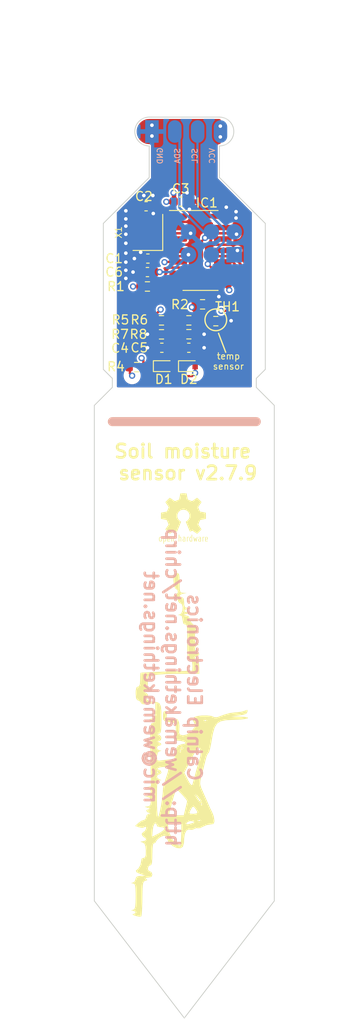
<source format=kicad_pcb>
(kicad_pcb (version 20241228) (generator "pcbnew") (generator_version "9.0")
  (title_block (title "I2C soil moisture sensor") (date "2020-09-29") (rev "2.7.9") (company "Catnip electronics") (comment 1 "albertas@technarium.lt"))
  (layers (0 "F.Cu" signal) (4 "In1.Cu" signal) (6 "In2.Cu" signal) (2 "B.Cu" signal) (13 "F.Paste" user) (15 "B.Paste" user) (5 "F.SilkS" user "F.Silkscreen") (7 "B.SilkS" user "B.Silkscreen") (1 "F.Mask" user) (3 "B.Mask" user) (25 "Edge.Cuts" user))
  (net 0 "")
  (net 1 "Net-(C1-Pad1)")
  (net 2 "GND")
  (net 3 "Net-(C2-Pad1)")
  (net 4 "VCC")
  (net 5 "/SENSE_LOW")
  (net 6 "/SENSOR_TRACK")
  (net 7 "/THERMISTOR")
  (net 8 "/RESET")
  (net 9 "/EXCITATION")
  (net 10 "Net-(D3-Pad1)")
  (net 11 "/SCK/SCL")
  (net 12 "/MOSI/SDA")
  (net 13 "/MISO/SENSE_HIGH")
  (net 14 "Net-(IC1-Pad11)")
  (net 15 "Net-(IC1-Pad12)")
  (footprint "Crystals:Crystal_SMD_3225-4pin_3.2x2.5mm" (layer "F.Cu") (at 91.25 26 90)
    (property "Reference" "X1" (at 0 -3.25 90) (layer "F.SilkS") (effects (font (size 0.7 0.7) (thickness 0.11))))
    (property "Value" "16MHz")
    (pad "1" smd rect (at -1.1 0.85 90) (size 1.4 1.2) (layers "F.Cu" "F.Mask" "F.Paste") (net 1 "Net-(C1-Pad1)"))
    (pad "2" smd rect (at 1.1 0.85 90) (size 1.4 1.2) (layers "F.Cu" "F.Mask" "F.Paste") (net 2 "GND"))
    (pad "3" smd rect (at 1.1 -0.85 90) (size 1.4 1.2) (layers "F.Cu" "F.Mask" "F.Paste") (net 3 "Net-(C2-Pad1)"))
    (pad "4" smd rect (at -1.1 -0.85 90) (size 1.4 1.2) (layers "F.Cu" "F.Mask" "F.Paste") (net 2 "GND"))
  )
  (footprint "Diode_SMD:D_SOD-523" (layer "F.Cu") (at 95.804 40.842)
    (property "Reference" "D2" (at 0 1.458 180) (layer "F.SilkS"))
    (property "Value" "BAT54")
    (pad "1" smd rect (at 0.7 0 180) (size 0.6 0.7) (layers "F.Cu" "F.Mask" "F.Paste") (net 6 "/SENSOR_TRACK"))
    (pad "2" smd rect (at -0.7 0 180) (size 0.6 0.7) (layers "F.Cu" "F.Mask" "F.Paste") (net 13 "/MISO/SENSE_HIGH"))
  )
  (footprint "Diode_SMD:D_SOD-523" (layer "F.Cu") (at 93.01 40.842)
    (property "Reference" "D1" (at 0 1.458 180) (layer "F.SilkS"))
    (property "Value" "BAT54")
    (pad "1" smd rect (at 0.7 0 180) (size 0.6 0.7) (layers "F.Cu" "F.Mask" "F.Paste") (net 5 "/SENSE_LOW"))
    (pad "2" smd rect (at -0.7 0 180) (size 0.6 0.7) (layers "F.Cu" "F.Mask" "F.Paste") (net 6 "/SENSOR_TRACK"))
  )
  (footprint "Capacitor_SMD:C_0603_1608Metric" (layer "F.Cu") (at 91.25 28.9 180)
    (property "Reference" "C1" (at 3.75 0 180) (layer "F.SilkS"))
    (property "Value" "33p")
    (pad "1" smd roundrect (at -0.775 0 180) (size 0.9 0.95) (layers "F.Cu" "F.Mask" "F.Paste") (net 1 "Net-(C1-Pad1)"))
    (pad "2" smd roundrect (at 0.775 0 180) (size 0.9 0.95) (layers "F.Cu" "F.Mask" "F.Paste") (net 2 "GND"))
  )
  (footprint "Capacitor_SMD:C_0603_1608Metric" (layer "F.Cu") (at 91.05 23.1)
    (property "Reference" "C2" (at -0.25 -1.1 0) (layer "F.SilkS"))
    (property "Value" "33pp")
    (pad "1" smd roundrect (at -0.775 0) (size 0.9 0.95) (layers "F.Cu" "F.Mask" "F.Paste") (net 3 "Net-(C2-Pad1)"))
    (pad "2" smd roundrect (at 0.775 0) (size 0.9 0.95) (layers "F.Cu" "F.Mask" "F.Paste") (net 2 "GND"))
  )
  (footprint "Capacitor_SMD:C_0603_1608Metric" (layer "F.Cu") (at 94.90234 22.577514)
    (property "Reference" "C3" (at 0 -1.43 0) (layer "F.SilkS"))
    (property "Value" "1u")
    (pad "1" smd roundrect (at -0.775 0) (size 0.9 0.95) (layers "F.Cu" "F.Mask" "F.Paste") (net 4 "VCC"))
    (pad "2" smd roundrect (at 0.775 0) (size 0.9 0.95) (layers "F.Cu" "F.Mask" "F.Paste") (net 2 "GND"))
  )
  (footprint "Capacitor_SMD:C_0603_1608Metric" (layer "F.Cu") (at 95.8 38.8)
    (property "Reference" "C5" (at -5.5 0 0) (layer "F.SilkS"))
    (property "Value" "1n")
    (pad "1" smd roundrect (at -0.775 0) (size 0.9 0.95) (layers "F.Cu" "F.Mask" "F.Paste") (net 13 "/MISO/SENSE_HIGH"))
    (pad "2" smd roundrect (at 0.775 0) (size 0.9 0.95) (layers "F.Cu" "F.Mask" "F.Paste") (net 2 "GND"))
  )
  (footprint "Capacitor_SMD:C_0603_1608Metric" (layer "F.Cu") (at 91.2 30.4 180)
    (property "Reference" "C6" (at 3.7 0 180) (layer "F.SilkS"))
    (property "Value" "1u")
    (pad "1" smd roundrect (at -0.775 0 180) (size 0.9 0.95) (layers "F.Cu" "F.Mask" "F.Paste") (net 8 "/RESET"))
    (pad "2" smd roundrect (at 0.775 0 180) (size 0.9 0.95) (layers "F.Cu" "F.Mask" "F.Paste") (net 2 "GND"))
  )
  (footprint "Resistor_SMD:R_0603_1608Metric" (layer "F.Cu") (at 91.2 32 180)
    (property "Reference" "R1" (at 3.5 0 180) (layer "F.SilkS"))
    (property "Value" "10k")
    (pad "1" smd roundrect (at -0.825 0 180) (size 0.8 0.95) (layers "F.Cu" "F.Mask" "F.Paste") (net 8 "/RESET"))
    (pad "2" smd roundrect (at 0.825 0 180) (size 0.8 0.95) (layers "F.Cu" "F.Mask" "F.Paste") (net 4 "VCC"))
  )
  (footprint "Resistor_SMD:R_0603_1608Metric" (layer "F.Cu") (at 97.328 33.984)
    (property "Reference" "R2" (at -2.528 0.016 0) (layer "F.SilkS"))
    (property "Value" "10k 0.1%")
    (pad "1" smd roundrect (at -0.825 0) (size 0.8 0.95) (layers "F.Cu" "F.Mask" "F.Paste") (net 14 "Net-(IC1-Pad11)"))
    (pad "2" smd roundrect (at 0.825 0) (size 0.8 0.95) (layers "F.Cu" "F.Mask" "F.Paste") (net 7 "/THERMISTOR"))
  )
  (footprint "Resistor_SMD:R_0603_1608Metric" (layer "F.Cu") (at 90 40.95)
    (property "Reference" "R4" (at -2.3 -0.05 0) (layer "F.SilkS"))
    (property "Value" "330")
    (pad "1" smd roundrect (at -0.825 0) (size 0.8 0.95) (layers "F.Cu" "F.Mask" "F.Paste") (net 6 "/SENSOR_TRACK"))
    (pad "2" smd roundrect (at 0.825 0) (size 0.8 0.95) (layers "F.Cu" "F.Mask" "F.Paste") (net 9 "/EXCITATION"))
  )
  (footprint "Resistor_SMD:R_0603_1608Metric" (layer "F.Cu") (at 92.764533 35.762 180)
    (property "Reference" "R5" (at 4.564533 0.062 180) (layer "F.SilkS"))
    (property "Value" "1M")
    (pad "1" smd roundrect (at -0.825 0 180) (size 0.8 0.95) (layers "F.Cu" "F.Mask" "F.Paste") (net 5 "/SENSE_LOW"))
    (pad "2" smd roundrect (at 0.825 0 180) (size 0.8 0.95) (layers "F.Cu" "F.Mask" "F.Paste") (net 14 "Net-(IC1-Pad11)"))
  )
  (footprint "Resistor_SMD:R_0603_1608Metric" (layer "F.Cu") (at 92.76272 37.312)
    (property "Reference" "R7" (at -4.61 -0.012 0) (layer "F.SilkS"))
    (property "Value" "1M")
    (pad "1" smd roundrect (at -0.825 0) (size 0.8 0.95) (layers "F.Cu" "F.Mask" "F.Paste") (net 2 "GND"))
    (pad "2" smd roundrect (at 0.825 0) (size 0.8 0.95) (layers "F.Cu" "F.Mask" "F.Paste") (net 5 "/SENSE_LOW"))
  )
  (footprint "Resistor_SMD:R_0603_1608Metric" (layer "F.Cu") (at 95.804 37.3 180)
    (property "Reference" "R8" (at 5.604 0 180) (layer "F.SilkS"))
    (property "Value" "1M")
    (pad "1" smd roundrect (at -0.825 0 180) (size 0.8 0.95) (layers "F.Cu" "F.Mask" "F.Paste") (net 2 "GND"))
    (pad "2" smd roundrect (at 0.825 0 180) (size 0.8 0.95) (layers "F.Cu" "F.Mask" "F.Paste") (net 13 "/MISO/SENSE_HIGH"))
  )
  (footprint "w_logo:Logo_silk_OSHW_6x6mm" (layer "F.Cu") (at 95.2 57.2)
    (property "Reference" "G***" (hide yes))
    (property "Value" "LOGO" (hide yes))
  )
  (footprint "Package_SO:SOIC-14_3.9x8.7mm_P1.27mm" (layer "F.Cu") (at 97.1 28)
    (property "Reference" "IC1" (at 0.7 -5.28 0) (layer "F.SilkS"))
    (property "Value" "ATTINY441-SSU")
    (pad "1" smd roundrect (at -2.475 -3.81) (size 1.95 0.6) (layers "F.Cu" "F.Mask" "F.Paste") (net 4 "VCC"))
    (pad "2" smd roundrect (at -2.475 -2.54) (size 1.95 0.6) (layers "F.Cu" "F.Mask" "F.Paste") (net 3 "Net-(C2-Pad1)"))
    (pad "3" smd roundrect (at -2.475 -1.27) (size 1.95 0.6) (layers "F.Cu" "F.Mask" "F.Paste") (net 1 "Net-(C1-Pad1)"))
    (pad "4" smd roundrect (at -2.475 0) (size 1.95 0.6) (layers "F.Cu" "F.Mask" "F.Paste") (net 8 "/RESET"))
    (pad "5" smd roundrect (at -2.475 1.27) (size 1.95 0.6) (layers "F.Cu" "F.Mask" "F.Paste") (net 9 "/EXCITATION"))
    (pad "6" smd roundrect (at -2.475 2.54) (size 1.95 0.6) (layers "F.Cu" "F.Mask" "F.Paste") (net 5 "/SENSE_LOW"))
    (pad "7" smd roundrect (at -2.475 3.81) (size 1.95 0.6) (layers "F.Cu" "F.Mask" "F.Paste") (net 12 "/MOSI/SDA"))
    (pad "8" smd roundrect (at 2.475 3.81) (size 1.95 0.6) (layers "F.Cu" "F.Mask" "F.Paste") (net 13 "/MISO/SENSE_HIGH"))
    (pad "9" smd roundrect (at 2.475 2.54) (size 1.95 0.6) (layers "F.Cu" "F.Mask" "F.Paste") (net 11 "/SCK/SCL"))
    (pad "10" smd roundrect (at 2.475 1.27) (size 1.95 0.6) (layers "F.Cu" "F.Mask" "F.Paste") (net 7 "/THERMISTOR"))
    (pad "11" smd roundrect (at 2.475 0) (size 1.95 0.6) (layers "F.Cu" "F.Mask" "F.Paste") (net 14 "Net-(IC1-Pad11)"))
    (pad "12" smd roundrect (at 2.475 -1.27) (size 1.95 0.6) (layers "F.Cu" "F.Mask" "F.Paste") (net 15 "Net-(IC1-Pad12)"))
    (pad "13" smd roundrect (at 2.475 -2.54) (size 1.95 0.6) (layers "F.Cu" "F.Mask" "F.Paste") (net 10 "Net-(D3-Pad1)"))
    (pad "14" smd roundrect (at 2.475 -3.81) (size 1.95 0.6) (layers "F.Cu" "F.Mask" "F.Paste") (net 2 "GND"))
  )
  (footprint "Capacitor_SMD:C_0603_1608Metric" (layer "F.Cu") (at 92.8 38.8 180)
    (property "Reference" "C4" (at 4.65 -0.05 180) (layer "F.SilkS"))
    (property "Value" "1n")
    (pad "1" smd roundrect (at -0.775 0 180) (size 0.9 0.95) (layers "F.Cu" "F.Mask" "F.Paste") (net 5 "/SENSE_LOW"))
    (pad "2" smd roundrect (at 0.775 0 180) (size 0.9 0.95) (layers "F.Cu" "F.Mask" "F.Paste") (net 2 "GND"))
  )
  (footprint "Resistor_SMD:R_0603_1608Metric" (layer "F.Cu") (at 95.804 35.762)
    (property "Reference" "R6" (at -5.504 -0.062 0) (layer "F.SilkS"))
    (property "Value" "1M")
    (pad "1" smd roundrect (at -0.825 0) (size 0.8 0.95) (layers "F.Cu" "F.Mask" "F.Paste") (net 13 "/MISO/SENSE_HIGH"))
    (pad "2" smd roundrect (at 0.825 0) (size 0.8 0.95) (layers "F.Cu" "F.Mask" "F.Paste") (net 14 "Net-(IC1-Pad11)"))
  )
  (footprint "Resistor_SMD:R_0603_1608Metric" (layer "F.Cu") (at 98.8 35.844001)
    (property "Reference" "TH1" (at 1.3 -1.6 0) (layer "F.SilkS"))
    (property "Value" "NCP18XH103F03RB")
    (pad "1" smd roundrect (at -0.825 0) (size 0.8 0.95) (layers "F.Cu" "F.Mask" "F.Paste") (net 7 "/THERMISTOR"))
    (pad "2" smd roundrect (at 0.825 0) (size 0.8 0.95) (layers "F.Cu" "F.Mask" "F.Paste") (net 2 "GND"))
  )
  (footprint "chirp_logo:ziogas" (layer "B.Cu") (at 95.95 82.8 -90)
    (property "Reference" "G***" (hide yes))
    (property "Value" "LOGO" (hide yes))
  )
  (footprint "Pin_Headers:Pin_Header_Straight_1x04_Pitch2.54mm" (layer "B.Cu") (at 91.7 14.799451 -90)
    (property "Reference" "P2" (hide yes))
    (property "Value" "CONN_01X04")
    (pad "1" smd rect (at 0 0 270) (size 2.5 1.5) (layers "B.Cu" "B.Mask" "B.Paste") (net 2 "GND"))
    (pad "2" smd oval (at 0 -2.54 270) (size 2.5 1.5) (layers "B.Cu" "B.Mask" "B.Paste") (net 12 "/MOSI/SDA"))
    (pad "3" smd oval (at 0 -5.08 270) (size 2.5 1.5) (layers "B.Cu" "B.Mask" "B.Paste") (net 11 "/SCK/SCL"))
    (pad "4" smd oval (at 0 -7.62 270) (size 2.5 1.5) (layers "B.Cu" "B.Mask" "B.Paste") (net 4 "VCC"))
  )
  (footprint "programming_header:Pin_Header_Straight_2x03" (layer "B.Cu") (at 98.3 27.2 180)
    (property "Reference" "P1" (hide yes))
    (property "Value" "CONN_02X03" (hide yes))
    (pad "1" smd rect (at -2.54 -1.27 180) (size 1.7272 1.7272) (layers "B.Cu" "B.Mask" "B.Paste") (net 13 "/MISO/SENSE_HIGH"))
    (pad "2" smd circle (at -2.54 1.27 180) (size 1.7272 1.7272) (layers "B.Cu" "B.Mask" "B.Paste") (net 4 "VCC"))
    (pad "3" smd circle (at 0 -1.27 180) (size 1.7272 1.7272) (layers "B.Cu" "B.Mask" "B.Paste") (net 11 "/SCK/SCL"))
    (pad "4" smd circle (at 0 1.27 180) (size 1.7272 1.7272) (layers "B.Cu" "B.Mask" "B.Paste") (net 12 "/MOSI/SDA"))
    (pad "5" smd circle (at 2.54 -1.27 180) (size 1.7272 1.7272) (layers "B.Cu" "B.Mask" "B.Paste") (net 8 "/RESET"))
    (pad "6" smd circle (at 2.54 1.27 180) (size 1.7272 1.7272) (layers "B.Cu" "B.Mask" "B.Paste") (net 2 "GND"))
  )
  (gr_circle (center 98.8 35.7) (end 100 35.6) (stroke (width 0.15)) (fill no) (layer "F.SilkS"))
  (gr_line (start 87.3 47) (end 103.3 47) (stroke (width 1)) (layer "F.SilkS"))
  (gr_line (start 99.1 37.2) (end 99.9 39.3) (stroke (width 0.15)) (layer "F.SilkS"))
  (gr_line (start 87.3 47) (end 103.3 47) (stroke (width 1)) (layer "B.SilkS"))
  (gr_line (start 99.2 19.9) (end 104.3 25) (stroke (width 0.1)) (layer "Edge.Cuts"))
  (gr_line (start 104.3 40.2) (end 104.3 25) (stroke (width 0.1)) (layer "Edge.Cuts"))
  (gr_line (start 87.3 42.2) (end 86.3 41.2) (stroke (width 0.1)) (layer "Edge.Cuts"))
  (gr_line (start 85.3 45.2) (end 85.3 100.2) (stroke (width 0.1)) (layer "Edge.Cuts"))
  (gr_line (start 103.3 43.2) (end 105.3 45.2) (stroke (width 0.1)) (layer "Edge.Cuts"))
  (gr_line (start 99.2 16.4) (end 99.2 19.9) (stroke (width 0.1)) (layer "Edge.Cuts"))
  (gr_line (start 99.2 13.2) (end 91.4 13.2) (stroke (width 0.1)) (layer "Edge.Cuts"))
  (gr_line (start 91.4 16.4) (end 91.4 19.9) (stroke (width 0.1)) (layer "Edge.Cuts"))
  (gr_line (start 104.3 40.2) (end 104.3 41.2) (stroke (width 0.1)) (layer "Edge.Cuts"))
  (gr_line (start 104.3 41.2) (end 103.3 42.2) (stroke (width 0.1)) (layer "Edge.Cuts"))
  (gr_line (start 91.4 19.9) (end 86.3 25) (stroke (width 0.1)) (layer "Edge.Cuts"))
  (gr_line (start 95.3 113.2) (end 85.3 100.2) (stroke (width 0.1)) (layer "Edge.Cuts"))
  (gr_line (start 95.3 113.2) (end 105.3 100.2) (stroke (width 0.1)) (layer "Edge.Cuts"))
  (gr_line (start 87.3 42.2) (end 87.3 43.2) (stroke (width 0.1)) (layer "Edge.Cuts"))
  (gr_line (start 103.3 42.2) (end 103.3 43.2) (stroke (width 0.1)) (layer "Edge.Cuts"))
  (gr_arc (start 91.4 16.4) (mid 89.8 14.8) (end 91.4 13.2) (stroke (width 0.1)) (layer "Edge.Cuts"))
  (gr_line (start 105.3 100.2) (end 105.3 45.2) (stroke (width 0.1)) (layer "Edge.Cuts"))
  (gr_line (start 85.3 45.2) (end 87.3 43.2) (stroke (width 0.1)) (layer "Edge.Cuts"))
  (gr_line (start 86.3 41.2) (end 86.3 40.2) (stroke (width 0.1)) (layer "Edge.Cuts"))
  (gr_arc (start 99.2 13.2) (mid 100.8 14.8) (end 99.2 16.4) (stroke (width 0.1)) (layer "Edge.Cuts"))
  (gr_line (start 86.3 40.2) (end 86.3 25) (stroke (width 0.1)) (layer "Edge.Cuts"))
  (gr_text "temp\nsensor" (at 100.2 40.3 0) (layer "F.SilkS") (effects (font (size 0.7 0.7) (thickness 0.11))))
  (gr_text "Soil moisture \nsensor v2.7.9" (at 95.7 51.5 0) (layer "F.SilkS") (effects (font (size 1.5 1.5) (thickness 0.3))))
  (gr_text "Catnip Electronics\nhttp://wemakethings.net/chirp\nmic@wemakethings.net" (at 94 76.5 270) (layer "B.SilkS") (effects (font (size 1.5 1.5) (thickness 0.3)) (justify mirror)))
  (gr_text "GND\n\nSDA\n\nSCL\n\nVCC" (at 95.5 17.5 90) (layer "B.SilkS") (effects (font (size 0.6 0.6) (thickness 0.11)) (justify mirror)))
  (segment (start 92.47 26.73) (end 92.1 27.1) (width 0.254) (layer "F.Cu") (net 1))
  (segment (start 92 28.9) (end 92 27.2) (width 0.508) (layer "F.Cu") (net 1))
  (segment (start 94.4 26.73) (end 92.47 26.73) (width 0.254) (layer "F.Cu") (net 1))
  (segment (start 92 27.2) (end 92.1 27.1) (width 0.508) (layer "F.Cu") (net 1))
  (segment (start 99.8 24.19) (end 100.83519 24.19) (width 0.508) (layer "F.Cu") (net 2))
  (segment (start 90.4 27.1) (end 90.4 27.85) (width 0.254) (layer "F.Cu") (net 2))
  (segment (start 91.8 23.85) (end 91.85 23.9) (width 0.254) (layer "F.Cu") (net 2))
  (segment (start 96.6 37.586) (end 96.554 37.54) (width 0.508) (layer "F.Cu") (net 2))
  (segment (start 90.5 28.25) (end 90.45 28.2) (width 0.508) (layer "F.Cu") (net 2))
  (segment (start 99.55 35.7) (end 100.1 35.7) (width 0.254) (layer "F.Cu") (net 2))
  (segment (start 95.65234 21.65234) (end 95.6 21.6) (width 0.508) (layer "F.Cu") (net 2))
  (segment (start 90.4 28.9) (end 89.75 28.9) (width 0.508) (layer "F.Cu") (net 2))
  (segment (start 95.65234 22.577514) (end 95.65234 21.65234) (width 0.508) (layer "F.Cu") (net 2))
  (segment (start 92.1 24.9) (end 92.1 24.15) (width 0.254) (layer "F.Cu") (net 2))
  (segment (start 99.8 24.19) (end 100.56 24.19) (width 0.508) (layer "F.Cu") (net 2))
  (segment (start 95.65234 22.577514) (end 95.65234 23.226298) (width 0.508) (layer "F.Cu") (net 2))
  (segment (start 90.4 27.85) (end 90.45 27.9) (width 0.254) (layer "F.Cu") (net 2))
  (segment (start 90.5 28.9) (end 90.5 28.25) (width 0.508) (layer "F.Cu") (net 2))
  (segment (start 91.8 23.1) (end 91.8 23.85) (width 0.254) (layer "F.Cu") (net 2))
  (segment (start 100.56 24.19) (end 101.05 23.7) (width 0.508) (layer "F.Cu") (net 2))
  (segment (start 95.65234 23.226298) (end 95.863021 23.436979) (width 0.508) (layer "F.Cu") (net 2))
  (segment (start 100.83519 24.19) (end 101.04519 24.4) (width 0.508) (layer "F.Cu") (net 2))
  (segment (start 99.8 24.19) (end 99.8 23.950006) (width 0.508) (layer "F.Cu") (net 2))
  (segment (start 92.1 24.15) (end 91.85 23.9) (width 0.254) (layer "F.Cu") (net 2))
  (via (at 88.8 23.6) (size 0.7) (drill 0.4) (layers "F.Cu" "B.Cu") (net 2))
  (via (at 89.6 30.4) (size 0.7) (drill 0.4) (layers "F.Cu" "B.Cu") (net 2))
  (via (at 90.45 28.2) (size 0.7) (drill 0.4) (layers "F.Cu" "B.Cu") (net 2))
  (via (at 97.5 37.3) (size 0.7) (drill 0.4) (layers "F.Cu" "B.Cu") (net 2))
  (via (at 101.05 23.7) (size 0.7) (drill 0.4) (layers "F.Cu" "B.Cu") (net 2))
  (via (at 91.7 14.1) (size 0.7) (drill 0.4) (layers "F.Cu" "B.Cu") (net 2))
  (via (at 88.8 30.2) (size 0.7) (drill 0.4) (layers "F.Cu" "B.Cu") (net 2))
  (via (at 96 26.1) (size 0.7) (drill 0.4) (layers "F.Cu" "B.Cu") (net 2))
  (via (at 95.6 21.6) (size 0.7) (drill 0.4) (layers "F.Cu" "B.Cu") (net 2))
  (via (at 90.8 21.9) (size 0.7) (drill 0.4) (layers "F.Cu" "B.Cu") (net 2))
  (via (at 101.04519 24.4) (size 0.7) (drill 0.4) (layers "F.Cu" "B.Cu") (net 2))
  (via (at 97.5 38.8) (size 0.7) (drill 0.4) (layers "F.Cu" "B.Cu") (net 2))
  (via (at 99.96281 23.2) (size 0.7) (drill 0.4) (layers "F.Cu" "B.Cu") (net 2))
  (via (at 88.8 27.2) (size 0.7) (drill 0.4) (layers "F.Cu" "B.Cu") (net 2))
  (via (at 89.75 28.9) (size 0.7) (drill 0.4) (layers "F.Cu" "B.Cu") (net 2))
  (via (at 91.85 23.9) (size 0.7) (drill 0.4) (layers "F.Cu" "B.Cu") (net 2))
  (via (at 91.7 15.3) (size 0.7) (drill 0.4) (layers "F.Cu" "B.Cu") (net 2))
  (via (at 88.8 28.3) (size 0.7) (drill 0.4) (layers "F.Cu" "B.Cu") (net 2))
  (via (at 95.863021 23.436979) (size 0.7) (drill 0.4) (layers "F.Cu" "B.Cu") (net 2))
  (via (at 88.8 25.3) (size 0.7) (drill 0.4) (layers "F.Cu" "B.Cu") (net 2))
  (via (at 91.2 38.8) (size 0.7) (drill 0.4) (layers "F.Cu" "B.Cu") (net 2))
  (via (at 91.8 21.9) (size 0.7) (drill 0.4) (layers "F.Cu" "B.Cu") (net 2))
  (via (at 99.136204 33.126252) (size 0.7) (drill 0.4) (layers "F.Cu" "B.Cu") (net 2))
  (via (at 100.5 35.8) (size 0.7) (drill 0.4) (layers "F.Cu" "B.Cu") (net 2))
  (via (at 88.8 24.5) (size 0.7) (drill 0.4) (layers "F.Cu" "B.Cu") (net 2))
  (via (at 88.8 31.1) (size 0.7) (drill 0.4) (layers "F.Cu" "B.Cu") (net 2))
  (via (at 88.8 26.2) (size 0.7) (drill 0.4) (layers "F.Cu" "B.Cu") (net 2))
  (via (at 91.2 37.3) (size 0.7) (drill 0.4) (layers "F.Cu" "B.Cu") (net 2))
  (via (at 88.8 29.3) (size 0.7) (drill 0.4) (layers "F.Cu" "B.Cu") (net 2))
  (segment (start 91.304801 25.904801) (end 90.4 25) (width 0.254) (layer "F.Cu") (net 3))
  (segment (start 90.25 23.15) (end 90.25 24.75) (width 0.508) (layer "F.Cu") (net 3))
  (segment (start 90.4 25) (end 90.4 24.9) (width 0.254) (layer "F.Cu") (net 3))
  (segment (start 91.304801 25.904801) (end 92.951199 25.904801) (width 0.254) (layer "F.Cu") (net 3))
  (segment (start 90.3 24.8) (end 90.4 24.9) (width 0.254) (layer "F.Cu") (net 3))
  (segment (start 92.951199 25.904801) (end 93.396 25.46) (width 0.254) (layer "F.Cu") (net 3))
  (segment (start 93.396 25.46) (end 94.4 25.46) (width 0.254) (layer "F.Cu") (net 3))
  (segment (start 90.25 24.75) (end 90.4 24.9) (width 0.508) (layer "F.Cu") (net 3))
  (segment (start 94.129854 22.6) (end 93.3 22.6) (width 0.5) (layer "F.Cu") (net 4))
  (segment (start 94.127514 22.577514) (end 94.15234 22.577514) (width 0.5) (layer "F.Cu") (net 4))
  (segment (start 94.1 22.55) (end 94.127514 22.577514) (width 0.5) (layer "F.Cu") (net 4))
  (segment (start 90.45 32) (end 89.6 32) (width 0.254) (layer "F.Cu") (net 4))
  (segment (start 94.15234 22.577514) (end 94.15234 21.65234) (width 0.5) (layer "F.Cu") (net 4))
  (segment (start 94.4 24.19) (end 94.15234 23.94234) (width 0.5) (layer "F.Cu") (net 4))
  (segment (start 94.15234 22.577514) (end 94.129854 22.6) (width 0.5) (layer "F.Cu") (net 4))
  (segment (start 94.15234 23.94234) (end 94.15234 22.577514) (width 0.5) (layer "F.Cu") (net 4))
  (segment (start 94.15234 21.65234) (end 94.1 21.6) (width 0.5) (layer "F.Cu") (net 4))
  (via (at 99.3 14.2) (size 0.7) (drill 0.4) (layers "F.Cu" "B.Cu") (net 4))
  (via (at 94.1 21.6) (size 0.7) (drill 0.4) (layers "F.Cu" "B.Cu") (net 4))
  (via (at 89.6 32) (size 0.7) (drill 0.4) (layers "F.Cu" "B.Cu") (net 4))
  (via (at 99.3 15.4) (size 0.7) (drill 0.4) (layers "F.Cu" "B.Cu") (net 4))
  (via (at 101.1 26.2) (size 0.7) (drill 0.4) (layers "F.Cu" "B.Cu") (net 4))
  (via (at 93.3 22.6) (size 0.7) (drill 0.4) (layers "F.Cu" "B.Cu") (net 4))
  (segment (start 93.575 40.707) (end 93.71 40.842) (width 0.254) (layer "F.Cu") (net 5))
  (segment (start 93.76 34.018894) (end 93.245199 33.504093) (width 0.254) (layer "F.Cu") (net 5))
  (segment (start 93.245199 33.504093) (end 93.245199 31.244801) (width 0.254) (layer "F.Cu") (net 5))
  (segment (start 93.76 35.762) (end 93.76 34.018894) (width 0.254) (layer "F.Cu") (net 5))
  (segment (start 93.95 30.54) (end 94.4 30.54) (width 0.254) (layer "F.Cu") (net 5))
  (segment (start 93.58772 38.78728) (end 93.575 38.8) (width 0.254) (layer "F.Cu") (net 5))
  (segment (start 93.575 38.8) (end 93.575 40.707) (width 0.254) (layer "F.Cu") (net 5))
  (segment (start 93.58772 37.312) (end 93.58772 38.78728) (width 0.254) (layer "F.Cu") (net 5))
  (segment (start 93.589533 35.762) (end 93.589533 37.310187) (width 0.254) (layer "F.Cu") (net 5))
  (segment (start 93.245199 31.244801) (end 93.95 30.54) (width 0.254) (layer "F.Cu") (net 5))
  (segment (start 93.589533 37.310187) (end 93.58772 37.312) (width 0.254) (layer "F.Cu") (net 5))
  (segment (start 96.504 41.446) (end 96.504 41.223) (width 0.254) (layer "F.Cu") (net 6))
  (segment (start 92.31 41.446) (end 92.813999 41.949999) (width 0.254) (layer "F.Cu") (net 6))
  (segment (start 96.504 41.223) (end 96.504 41.596) (width 0.254) (layer "F.Cu") (net 6))
  (segment (start 96.504 41.596) (end 96.5 41.6) (width 0.254) (layer "F.Cu") (net 6))
  (segment (start 92.31 40.842) (end 92.31 41.446) (width 0.254) (layer "F.Cu") (net 6))
  (segment (start 89.25 40.95) (end 89.25 41.650004) (width 0.254) (layer "F.Cu") (net 6))
  (segment (start 96.504 40.842) (end 96.504 41.596) (width 0.254) (layer "F.Cu") (net 6))
  (segment (start 96.150001 41.949999) (end 96.5 41.6) (width 0.254) (layer "F.Cu") (net 6))
  (segment (start 89.25 41.650004) (end 89.5 41.900004) (width 0.254) (layer "F.Cu") (net 6))
  (segment (start 92.813999 41.949999) (end 96.150001 41.949999) (width 0.254) (layer "F.Cu") (net 6))
  (via (at 89.5 41.900004) (size 0.7) (drill 0.4) (layers "F.Cu" "B.Cu") (net 6))
  (via (at 96.5 41.6) (size 0.7) (drill 0.4) (layers "F.Cu" "B.Cu") (net 6))
  (segment (start 100.295778 33.984) (end 101.386612 32.893166) (width 0.254) (layer "F.Cu") (net 7))
  (segment (start 98.078 35.672) (end 98.05 35.7) (width 0.508) (layer "F.Cu") (net 7))
  (segment (start 101.386612 29.986612) (end 100.67 29.27) (width 0.254) (layer "F.Cu") (net 7))
  (segment (start 98.078 33.984) (end 100.295778 33.984) (width 0.254) (layer "F.Cu") (net 7))
  (segment (start 98.078 33.984) (end 98.078 35.672) (width 0.508) (layer "F.Cu") (net 7))
  (segment (start 100.67 29.27) (end 99.8 29.27) (width 0.254) (layer "F.Cu") (net 7))
  (segment (start 101.386612 32.893166) (end 101.386612 29.986612) (width 0.254) (layer "F.Cu") (net 7))
  (segment (start 95.1 28) (end 95.1 28) (width 0.254) (layer "F.Cu") (net 8))
  (segment (start 91.95 31.003288) (end 92.561118 30.39217) (width 0.254) (layer "F.Cu") (net 8))
  (segment (start 94.4 28) (end 95.1 28) (width 0.254) (layer "F.Cu") (net 8))
  (segment (start 95.29 28) (end 95.76 28.47) (width 0.254) (layer "F.Cu") (net 8))
  (segment (start 91.95 32) (end 91.95 31.003288) (width 0.254) (layer "F.Cu") (net 8))
  (segment (start 94.4 28) (end 95.29 28) (width 0.254) (layer "F.Cu") (net 8))
  (via (at 95.76 28.47) (size 0.7) (drill 0.4) (layers "F.Cu" "B.Cu") (net 8))
  (via (at 92.561118 30.39217) (size 0.7) (drill 0.4) (layers "F.Cu" "B.Cu") (net 8))
  (segment (start 95.76 28.47) (end 93.83783 30.39217) (width 0.254) (layer "B.Cu") (net 8))
  (segment (start 93.83783 30.39217) (end 92.561118 30.39217) (width 0.254) (layer "B.Cu") (net 8))
  (segment (start 94.4 29.27) (end 93.95 29.27) (width 0.254) (layer "F.Cu") (net 9))
  (segment (start 90.75 40.149996) (end 90.55 39.949996) (width 0.254) (layer "F.Cu") (net 9))
  (segment (start 94.4 29.27) (end 93.13 29.27) (width 0.254) (layer "F.Cu") (net 9))
  (segment (start 93.13 29.27) (end 93.1 29.3) (width 0.254) (layer "F.Cu") (net 9))
  (segment (start 90.75 40.95) (end 90.75 40.149996) (width 0.254) (layer "F.Cu") (net 9))
  (via (at 93.1 29.3) (size 0.7) (drill 0.4) (layers "F.Cu" "B.Cu") (net 9))
  (via (at 90.55 39.949996) (size 0.7) (drill 0.4) (layers "F.Cu" "B.Cu") (net 9))
  (segment (start 99.35 30.54) (end 98.94459 30.54) (width 0.254) (layer "F.Cu") (net 11))
  (segment (start 98.94459 30.54) (end 97.904811 29.500221) (width 0.254) (layer "F.Cu") (net 11))
  (via (at 97.904811 29.500221) (size 0.7) (drill 0.4) (layers "F.Cu" "B.Cu") (net 11))
  (segment (start 99.671599 25.571599) (end 99.671599 27.098401) (width 0.254) (layer "B.Cu") (net 11))
  (segment (start 98.3 29.105032) (end 97.904811 29.500221) (width 0.254) (layer "B.Cu") (net 11))
  (segment (start 98.3 28.47) (end 98.3 29.105032) (width 0.254) (layer "B.Cu") (net 11))
  (segment (start 99.671599 27.098401) (end 98.3 28.47) (width 0.254) (layer "B.Cu") (net 11))
  (segment (start 96.762697 14.799451) (end 96.762697 22.662697) (width 0.254) (layer "B.Cu") (net 11))
  (segment (start 96.762697 22.662697) (end 99.671599 25.571599) (width 0.254) (layer "B.Cu") (net 11))
  (segment (start 97.6 26.6) (end 97.250001 26.949999) (width 0.254) (layer "F.Cu") (net 12))
  (segment (start 97.250001 30.149999) (end 95.59 31.81) (width 0.254) (layer "F.Cu") (net 12))
  (segment (start 97.250001 26.949999) (end 97.250001 30.149999) (width 0.254) (layer "F.Cu") (net 12))
  (segment (start 95.59 31.81) (end 94.4 31.81) (width 0.254) (layer "F.Cu") (net 12))
  (via (at 97.6 26.6) (size 0.7) (drill 0.4) (layers "F.Cu" "B.Cu") (net 12))
  (segment (start 98.3 25.93) (end 98.27 25.93) (width 0.254) (layer "B.Cu") (net 12))
  (segment (start 94.222697 14.799451) (end 94.754801 15.331555) (width 0.254) (layer "B.Cu") (net 12))
  (segment (start 94.754801 15.331555) (end 94.754801 23.254801) (width 0.254) (layer "B.Cu") (net 12))
  (segment (start 94.754801 23.254801) (end 97.43 25.93) (width 0.254) (layer "B.Cu") (net 12))
  (segment (start 98.27 25.93) (end 97.6 26.6) (width 0.254) (layer "B.Cu") (net 12))
  (segment (start 97.43 25.93) (end 98.3 25.93) (width 0.254) (layer "B.Cu") (net 12))
  (segment (start 94.979 37.3) (end 94.979 38.754) (width 0.254) (layer "F.Cu") (net 13))
  (segment (start 94.979 35.762) (end 94.979 37.3) (width 0.254) (layer "F.Cu") (net 13))
  (segment (start 99.41 31.81) (end 99.8 31.81) (width 0.254) (layer "F.Cu") (net 13))
  (segment (start 99.8 31.9) (end 100.3 32.4) (width 0.254) (layer "F.Cu") (net 13))
  (segment (start 95.025 40.763) (end 95.104 40.842) (width 0.254) (layer "F.Cu") (net 13))
  (segment (start 95.025 38.8) (end 95.025 40.763) (width 0.254) (layer "F.Cu") (net 13))
  (segment (start 98.796 31.81) (end 99.8 31.81) (width 0.254) (layer "F.Cu") (net 13))
  (segment (start 95.054 33.246) (end 96.49 31.81) (width 0.254) (layer "F.Cu") (net 13))
  (segment (start 94.979 38.754) (end 95.025 38.8) (width 0.254) (layer "F.Cu") (net 13))
  (segment (start 96.49 31.81) (end 98.796 31.81) (width 0.254) (layer "F.Cu") (net 13))
  (segment (start 99.8 31.81) (end 99.8 31.9) (width 0.254) (layer "F.Cu") (net 13))
  (segment (start 95.054 35.762) (end 95.054 33.246) (width 0.254) (layer "F.Cu") (net 13))
  (via (at 101.2 28) (size 0.7) (drill 0.4) (layers "F.Cu" "B.Cu") (net 13))
  (via (at 100.3 32.4) (size 0.7) (drill 0.4) (layers "F.Cu" "B.Cu") (net 13))
  (segment (start 100.84 28.36) (end 100.850001 28.349999) (width 0.254) (layer "B.Cu") (net 13))
  (segment (start 100.84 28.47) (end 100.84 28.36) (width 0.254) (layer "B.Cu") (net 13))
  (segment (start 100.850001 28.349999) (end 101.2 28) (width 0.254) (layer "B.Cu") (net 13))
  (segment (start 96.566 35.762) (end 96.566 34.72538) (width 0.508) (layer "F.Cu") (net 14))
  (segment (start 91.939533 35.762) (end 91.939533 35.282906) (width 0.254) (layer "F.Cu") (net 14))
  (segment (start 91.939533 35.282906) (end 92.665449 34.55699) (width 0.254) (layer "F.Cu") (net 14))
  (segment (start 101.818423 33.072027) (end 100.19045 34.7) (width 0.254) (layer "F.Cu") (net 14))
  (segment (start 100.19045 34.7) (end 99.4 34.7) (width 0.254) (layer "F.Cu") (net 14))
  (segment (start 101.818423 29.787529) (end 101.818423 33.072027) (width 0.254) (layer "F.Cu") (net 14))
  (segment (start 96.566 34.72538) (end 96.14062 34.3) (width 0.508) (layer "F.Cu") (net 14))
  (segment (start 96.578 33.984) (end 96.262 34.3) (width 0.254) (layer "F.Cu") (net 14))
  (segment (start 99.8 28) (end 100.030894 28) (width 0.254) (layer "F.Cu") (net 14))
  (segment (start 96.262 34.3) (end 96.14062 34.3) (width 0.254) (layer "F.Cu") (net 14))
  (segment (start 100.030894 28) (end 101.818423 29.787529) (width 0.254) (layer "F.Cu") (net 14))
  (via (at 99.4 34.7) (size 0.7) (drill 0.4) (layers "F.Cu" "B.Cu") (net 14))
  (via (at 96.14062 34.3) (size 0.7) (drill 0.4) (layers "F.Cu" "B.Cu") (net 14))
  (via (at 92.665449 34.55699) (size 0.7) (drill 0.4) (layers "F.Cu" "B.Cu") (net 14))
  (zone (net 2) (net_name "GND") (layer "F.Cu") (connect_pads (clearance 0.2)) (min_thickness 0.254) (fill yes (thermal_gap 0.508) (thermal_bridge_width 0.508))
    (polygon (pts (xy 87.8 13.2) (xy 102.8 13.2) (xy 102.8 43.2) (xy 87.8 43.2)))
  )
  (zone (net 2) (net_name "GND") (layer "B.Cu") (connect_pads (clearance 0.2)) (min_thickness 0.254) (fill yes (thermal_gap 0.508) (thermal_bridge_width 0.508))
    (polygon (pts (xy 87.8 13.2) (xy 102.8 13.2) (xy 102.8 43.2) (xy 87.8 43.2)))
  )
)
</source>
